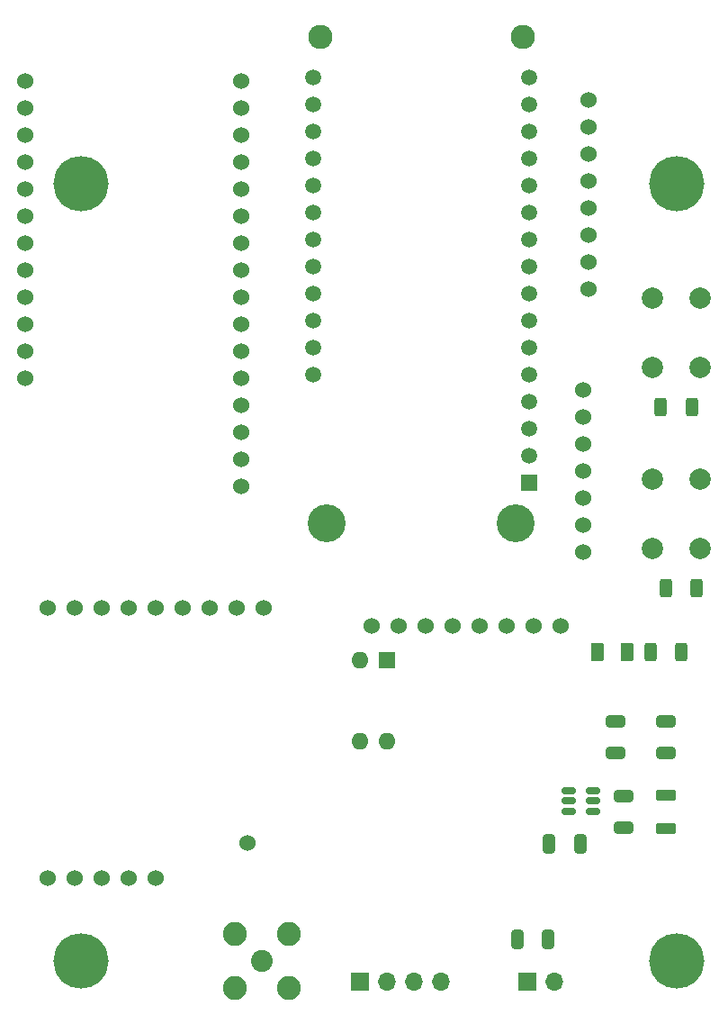
<source format=gbr>
%TF.GenerationSoftware,KiCad,Pcbnew,7.0.1-0*%
%TF.CreationDate,2023-04-22T10:01:52-07:00*%
%TF.ProjectId,Pioneer Controller V3,50696f6e-6565-4722-9043-6f6e74726f6c,rev?*%
%TF.SameCoordinates,Original*%
%TF.FileFunction,Soldermask,Top*%
%TF.FilePolarity,Negative*%
%FSLAX46Y46*%
G04 Gerber Fmt 4.6, Leading zero omitted, Abs format (unit mm)*
G04 Created by KiCad (PCBNEW 7.0.1-0) date 2023-04-22 10:01:52*
%MOMM*%
%LPD*%
G01*
G04 APERTURE LIST*
G04 Aperture macros list*
%AMRoundRect*
0 Rectangle with rounded corners*
0 $1 Rounding radius*
0 $2 $3 $4 $5 $6 $7 $8 $9 X,Y pos of 4 corners*
0 Add a 4 corners polygon primitive as box body*
4,1,4,$2,$3,$4,$5,$6,$7,$8,$9,$2,$3,0*
0 Add four circle primitives for the rounded corners*
1,1,$1+$1,$2,$3*
1,1,$1+$1,$4,$5*
1,1,$1+$1,$6,$7*
1,1,$1+$1,$8,$9*
0 Add four rect primitives between the rounded corners*
20,1,$1+$1,$2,$3,$4,$5,0*
20,1,$1+$1,$4,$5,$6,$7,0*
20,1,$1+$1,$6,$7,$8,$9,0*
20,1,$1+$1,$8,$9,$2,$3,0*%
G04 Aperture macros list end*
%ADD10C,2.000000*%
%ADD11C,1.524000*%
%ADD12RoundRect,0.250000X0.650000X-0.325000X0.650000X0.325000X-0.650000X0.325000X-0.650000X-0.325000X0*%
%ADD13RoundRect,0.250000X0.312500X0.625000X-0.312500X0.625000X-0.312500X-0.625000X0.312500X-0.625000X0*%
%ADD14C,5.200000*%
%ADD15C,2.286000*%
%ADD16R,1.508000X1.508000*%
%ADD17C,1.508000*%
%ADD18C,3.556000*%
%ADD19R,1.600000X1.600000*%
%ADD20O,1.600000X1.600000*%
%ADD21RoundRect,0.250000X-0.325000X-0.650000X0.325000X-0.650000X0.325000X0.650000X-0.325000X0.650000X0*%
%ADD22C,2.050000*%
%ADD23C,2.250000*%
%ADD24RoundRect,0.150000X-0.512500X-0.150000X0.512500X-0.150000X0.512500X0.150000X-0.512500X0.150000X0*%
%ADD25R,1.700000X1.700000*%
%ADD26O,1.700000X1.700000*%
%ADD27RoundRect,0.250000X0.325000X0.650000X-0.325000X0.650000X-0.325000X-0.650000X0.325000X-0.650000X0*%
%ADD28RoundRect,0.250000X-0.312500X-0.625000X0.312500X-0.625000X0.312500X0.625000X-0.312500X0.625000X0*%
%ADD29RoundRect,0.250000X0.700000X-0.275000X0.700000X0.275000X-0.700000X0.275000X-0.700000X-0.275000X0*%
%ADD30RoundRect,0.250000X0.375000X0.625000X-0.375000X0.625000X-0.375000X-0.625000X0.375000X-0.625000X0*%
G04 APERTURE END LIST*
D10*
%TO.C,SW2*%
X90750000Y-74250000D03*
X90750000Y-67750000D03*
X95250000Y-74250000D03*
X95250000Y-67750000D03*
%TD*%
D11*
%TO.C,U1*%
X52065000Y-65875000D03*
X52065000Y-63335000D03*
X52065000Y-58255000D03*
X52065000Y-55715000D03*
X52065000Y-53175000D03*
X52065000Y-50635000D03*
X52065000Y-48095000D03*
X52065000Y-45555000D03*
X31745000Y-58255000D03*
X31745000Y-35395000D03*
X31745000Y-37935000D03*
X31745000Y-40475000D03*
X31745000Y-43015000D03*
X31745000Y-45555000D03*
X31745000Y-48095000D03*
X31745000Y-50635000D03*
X52065000Y-30315000D03*
X31745000Y-55715000D03*
X52065000Y-60795000D03*
X52065000Y-40475000D03*
X52065000Y-37935000D03*
X52065000Y-68415000D03*
X52065000Y-35395000D03*
X52065000Y-43015000D03*
X31745000Y-32855000D03*
X31745000Y-30315000D03*
X52065000Y-32855000D03*
X31745000Y-53175000D03*
%TD*%
D12*
%TO.C,C7*%
X87250000Y-93475000D03*
X87250000Y-90525000D03*
%TD*%
D13*
%TO.C,R2*%
X94462500Y-61000000D03*
X91537500Y-61000000D03*
%TD*%
D14*
%TO.C,H2*%
X37000000Y-40000000D03*
%TD*%
D10*
%TO.C,SW1*%
X90750000Y-57250000D03*
X90750000Y-50750000D03*
X95250000Y-57250000D03*
X95250000Y-50750000D03*
%TD*%
D15*
%TO.C,U2*%
X59475000Y-26140000D03*
X78525000Y-26140000D03*
D16*
X79160000Y-68050000D03*
D17*
X79160000Y-65510000D03*
X79160000Y-62970000D03*
X79160000Y-60430000D03*
X79160000Y-57890000D03*
X79160000Y-55350000D03*
X79160000Y-52810000D03*
X79160000Y-50270000D03*
X79160000Y-47730000D03*
X79160000Y-45190000D03*
X79160000Y-42650000D03*
X79160000Y-40110000D03*
X79160000Y-37570000D03*
X79160000Y-35030000D03*
X79160000Y-32490000D03*
X79160000Y-29950000D03*
X58840000Y-57890000D03*
X58840000Y-55350000D03*
X58840000Y-52810000D03*
X58840000Y-50270000D03*
X58840000Y-47730000D03*
X58840000Y-45190000D03*
X58840000Y-42650000D03*
X58840000Y-40110000D03*
X58840000Y-37570000D03*
X58840000Y-35030000D03*
X58840000Y-32490000D03*
X58840000Y-29950000D03*
D18*
X77890000Y-71860000D03*
X60110000Y-71860000D03*
%TD*%
D19*
%TO.C,SW5*%
X65775000Y-84732500D03*
D20*
X63235000Y-84732500D03*
X63235000Y-92352500D03*
X65775000Y-92352500D03*
%TD*%
D21*
%TO.C,C5*%
X81025000Y-102000000D03*
X83975000Y-102000000D03*
%TD*%
D22*
%TO.C,J4*%
X54000000Y-113000000D03*
D23*
X51460000Y-110460000D03*
X51460000Y-115540000D03*
X56540000Y-110460000D03*
X56540000Y-115540000D03*
%TD*%
D24*
%TO.C,U7*%
X82862500Y-97050000D03*
X82862500Y-98000000D03*
X82862500Y-98950000D03*
X85137500Y-98950000D03*
X85137500Y-98000000D03*
X85137500Y-97050000D03*
%TD*%
D12*
%TO.C,C6*%
X88000000Y-100475000D03*
X88000000Y-97525000D03*
%TD*%
%TO.C,C3*%
X92000000Y-93475000D03*
X92000000Y-90525000D03*
%TD*%
D25*
%TO.C,J1*%
X63200000Y-115000000D03*
D26*
X65740000Y-115000000D03*
X68280000Y-115000000D03*
X70820000Y-115000000D03*
%TD*%
D25*
%TO.C,J2*%
X79000000Y-115000000D03*
D26*
X81540000Y-115000000D03*
%TD*%
D13*
%TO.C,R3*%
X94925000Y-78000000D03*
X92000000Y-78000000D03*
%TD*%
D27*
%TO.C,C4*%
X80950000Y-111000000D03*
X78000000Y-111000000D03*
%TD*%
D28*
%TO.C,R1*%
X90537500Y-84000000D03*
X93462500Y-84000000D03*
%TD*%
D14*
%TO.C,H4*%
X93000000Y-113000000D03*
%TD*%
%TO.C,H1*%
X93000000Y-40000000D03*
%TD*%
%TO.C,H3*%
X37000000Y-113000000D03*
%TD*%
D29*
%TO.C,L2*%
X92000000Y-100575000D03*
X92000000Y-97425000D03*
%TD*%
D30*
%TO.C,D1*%
X88400000Y-84000000D03*
X85600000Y-84000000D03*
%TD*%
D11*
%TO.C,U5*%
X84240000Y-61920000D03*
X84240000Y-74620000D03*
X84240000Y-64460000D03*
X84240000Y-67000000D03*
X84240000Y-72080000D03*
X84240000Y-69540000D03*
X84240000Y-59380000D03*
%TD*%
%TO.C,U8*%
X66900000Y-81510000D03*
X64360000Y-81510000D03*
X82140000Y-81510000D03*
X71980000Y-81510000D03*
X79600000Y-81510000D03*
X77060000Y-81510000D03*
X74520000Y-81510000D03*
X69440000Y-81510000D03*
%TD*%
%TO.C,U4*%
X51620000Y-79840000D03*
X38920000Y-79840000D03*
X41460000Y-79840000D03*
X33840000Y-105240000D03*
X36380000Y-105240000D03*
X38920000Y-105240000D03*
X41460000Y-105240000D03*
X44000000Y-105240000D03*
X36380000Y-79840000D03*
X46540000Y-79840000D03*
X49080000Y-79840000D03*
X54160000Y-79840000D03*
X44000000Y-79840000D03*
X52636000Y-101910000D03*
X33840000Y-79840000D03*
%TD*%
%TO.C,U3*%
X84699000Y-44810000D03*
X84699000Y-42270000D03*
X84699000Y-34650000D03*
X84699000Y-49890000D03*
X84699000Y-37190000D03*
X84699000Y-39730000D03*
X84699000Y-47350000D03*
X84699000Y-32110000D03*
%TD*%
M02*

</source>
